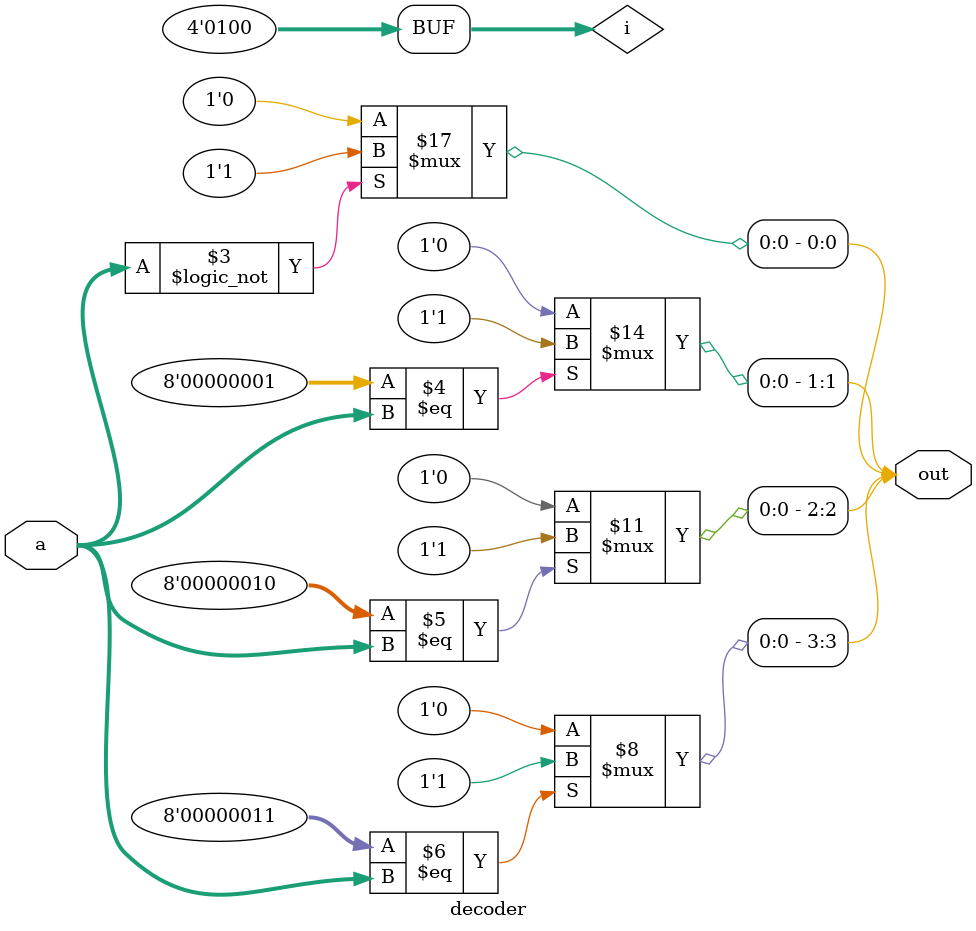
<source format=sv>
module decoder (a, out);
    parameter N = 4;
    input [7:0] a;
    output reg [N-1:0] out;
    reg [N-1:0] i;
    always @(*) begin
        for (i = 0; i < N; i = i + 1) begin
            if (i == a) begin
                out[i] = 1;
            end
            else begin
                out[i] = 0;
            end
        end
    end
endmodule
</source>
